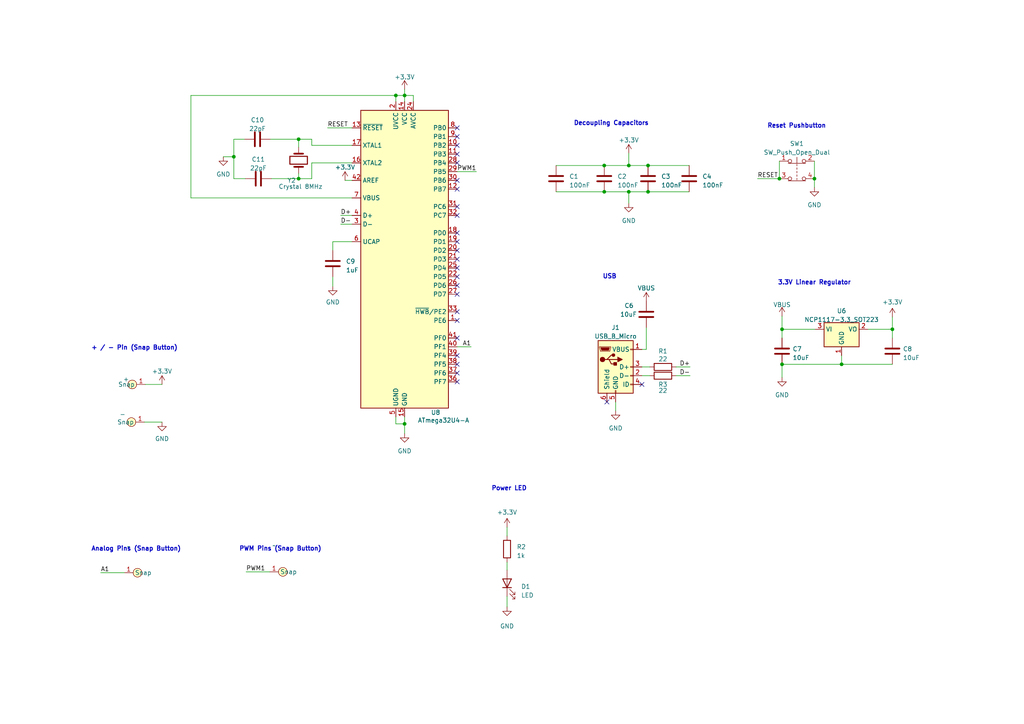
<source format=kicad_sch>
(kicad_sch (version 20230121) (generator eeschema)
  (paper "A4")
  (title_block (title "ATmega32U4 Textile") (date "2023-05-31") (rev "0.1"))
  (lib_symbols
    (symbol "1_custom_library:Snap_10mm"
      (symbol "Snap_10mm_1_1"
        (circle (center 2.54 -7.62) (radius 1.27) (fill (type background)))
        (pin input line (at -1.27 -7.62 0) (length 2.54) (name "Snap") (number "1"))
      )
    )
    (symbol "Connector:USB_B_Micro" (pin_names (offset 1.016))
      (property "Reference" "J" (at -5.08 11.43 0))
      (property "Value" "USB_B_Micro" (at -5.08 8.89 0))
      (symbol "USB_B_Micro_0_1"
        (rectangle (start -5.08 -7.62) (end 5.08 7.62) (stroke (width 0.254)) (fill (type background)))
        (circle (center -3.81 2.159) (radius 0.635) (stroke (width 0.254)) (fill (type outline)))
        (circle (center -0.635 3.429) (radius 0.381) (stroke (width 0.254)) (fill (type outline)))
        (rectangle (start -0.127 -7.62) (end 0.127 -6.858))
        (polyline (pts (xy -1.905 2.159) (xy 0.635 2.159)) (stroke (width 0.254)))
        (polyline (pts (xy -3.175 2.159) (xy -2.54 2.159) (xy -1.27 3.429) (xy -0.635 3.429)) (stroke (width 0.254)))
        (polyline (pts (xy -2.54 2.159) (xy -1.905 2.159) (xy -1.27 0.889) (xy 0 0.889)) (stroke (width 0.254)))
        (polyline (pts (xy 0.635 2.794) (xy 0.635 1.524) (xy 1.905 2.159) (xy 0.635 2.794)) (stroke (width 0.254)) (fill (type outline)))
        (polyline (pts (xy -4.318 5.588) (xy -1.778 5.588) (xy -2.032 4.826) (xy -4.064 4.826) (xy -4.318 5.588)) (fill (type outline)))
        (polyline (pts (xy -4.699 5.842) (xy -4.699 5.588) (xy -4.445 4.826) (xy -4.445 4.572) (xy -1.651 4.572) (xy -1.651 4.826) (xy -1.397 5.588) (xy -1.397 5.842) (xy -4.699 5.842)))
        (rectangle (start 0.254 1.27) (end -0.508 0.508) (stroke (width 0.254)) (fill (type outline)))
        (rectangle (start 5.08 -5.207) (end 4.318 -4.953))
        (rectangle (start 5.08 -2.667) (end 4.318 -2.413))
        (rectangle (start 5.08 -0.127) (end 4.318 0.127))
        (rectangle (start 5.08 4.953) (end 4.318 5.207))
      )
      (symbol "USB_B_Micro_1_1"
        (pin power_out line (at 7.62 5.08 180) (length 2.54) (name "VBUS") (number "1"))
        (pin bidirectional line (at 7.62 -2.54 180) (length 2.54) (name "D-") (number "2"))
        (pin bidirectional line (at 7.62 0 180) (length 2.54) (name "D+") (number "3"))
        (pin passive line (at 7.62 -5.08 180) (length 2.54) (name "ID") (number "4"))
        (pin power_out line (at 0 -10.16 90) (length 2.54) (name "GND") (number "5"))
        (pin passive line (at -2.54 -10.16 90) (length 2.54) (name "Shield") (number "6"))
      )
    )
    (symbol "Device:C" (pin_numbers hide) (pin_names (offset 0.254))
      (property "Reference" "C" (at 0.635 2.54 0))
      (property "Value" "C" (at 0.635 -2.54 0))
      (symbol "C_0_1"
        (polyline (pts (xy -2.032 -0.762) (xy 2.032 -0.762)) (stroke (width 0.508)))
        (polyline (pts (xy -2.032 0.762) (xy 2.032 0.762)) (stroke (width 0.508)))
      )
      (symbol "C_1_1"
        (pin passive line (at 0 3.81 270) (length 2.794) (name "~") (number "1"))
        (pin passive line (at 0 -3.81 90) (length 2.794) (name "~") (number "2"))
      )
    )
    (symbol "Device:Crystal" (pin_numbers hide) (pin_names (offset 1.016) hide)
      (property "Reference" "Y" (at 0 3.81 0))
      (property "Value" "Crystal" (at 0 -3.81 0))
      (symbol "Crystal_0_1"
        (rectangle (start -1.143 2.54) (end 1.143 -2.54) (stroke (width 0.3048)))
        (polyline (pts (xy -2.54 0) (xy -1.905 0)))
        (polyline (pts (xy -1.905 -1.27) (xy -1.905 1.27)) (stroke (width 0.508)))
        (polyline (pts (xy 1.905 -1.27) (xy 1.905 1.27)) (stroke (width 0.508)))
        (polyline (pts (xy 2.54 0) (xy 1.905 0)))
      )
      (symbol "Crystal_1_1"
        (pin passive line (at -3.81 0 0) (length 1.27) (name "1") (number "1"))
        (pin passive line (at 3.81 0 180) (length 1.27) (name "2") (number "2"))
      )
    )
    (symbol "Device:LED" (pin_numbers hide) (pin_names (offset 1.016) hide)
      (property "Reference" "D" (at 0 2.54 0))
      (property "Value" "LED" (at 0 -2.54 0))
      (symbol "LED_0_1"
        (polyline (pts (xy -1.27 -1.27) (xy -1.27 1.27)) (stroke (width 0.254)))
        (polyline (pts (xy -1.27 0) (xy 1.27 0)))
        (polyline (pts (xy 1.27 -1.27) (xy 1.27 1.27) (xy -1.27 0) (xy 1.27 -1.27)) (stroke (width 0.254)))
        (polyline (pts (xy -3.048 -0.762) (xy -4.572 -2.286) (xy -3.81 -2.286) (xy -4.572 -2.286) (xy -4.572 -1.524)))
        (polyline (pts (xy -1.778 -0.762) (xy -3.302 -2.286) (xy -2.54 -2.286) (xy -3.302 -2.286) (xy -3.302 -1.524)))
      )
      (symbol "LED_1_1"
        (pin passive line (at -3.81 0 0) (length 2.54) (name "K") (number "1"))
        (pin passive line (at 3.81 0 180) (length 2.54) (name "A") (number "2"))
      )
    )
    (symbol "Device:R" (pin_numbers hide) (pin_names (offset 0))
      (property "Reference" "R" (at 2.032 0 90))
      (property "Value" "R" (at 0 0 90))
      (symbol "R_0_1"
        (rectangle (start -1.016 -2.54) (end 1.016 2.54) (stroke (width 0.254)))
      )
      (symbol "R_1_1"
        (pin passive line (at 0 3.81 270) (length 1.27) (name "~") (number "1"))
        (pin passive line (at 0 -3.81 90) (length 1.27) (name "~") (number "2"))
      )
    )
    (symbol "MCU_Microchip_ATmega:ATmega32U4-A"
      (property "Reference" "U" (at -12.7 44.45 0))
      (property "Value" "ATmega32U4-A" (at 2.54 -44.45 0))
      (symbol "ATmega32U4-A_0_1"
        (rectangle (start -12.7 -43.18) (end 12.7 43.18) (stroke (width 0.254)) (fill (type background)))
      )
      (symbol "ATmega32U4-A_1_1"
        (pin bidirectional line (at 15.24 -17.78 180) (length 2.54) (name "PE6") (number "1"))
        (pin bidirectional line (at 15.24 33.02 180) (length 2.54) (name "PB2") (number "10"))
        (pin bidirectional line (at 15.24 30.48 180) (length 2.54) (name "PB3") (number "11"))
        (pin bidirectional line (at 15.24 20.32 180) (length 2.54) (name "PB7") (number "12"))
        (pin input line (at -15.24 38.1 0) (length 2.54) (name "~{RESET}") (number "13"))
        (pin power_in line (at 0 45.72 270) (length 2.54) (name "VCC") (number "14"))
        (pin power_in line (at 0 -45.72 90) (length 2.54) (name "GND") (number "15"))
        (pin output line (at -15.24 27.94 0) (length 2.54) (name "XTAL2") (number "16"))
        (pin input line (at -15.24 33.02 0) (length 2.54) (name "XTAL1") (number "17"))
        (pin bidirectional line (at 15.24 7.62 180) (length 2.54) (name "PD0") (number "18"))
        (pin bidirectional line (at 15.24 5.08 180) (length 2.54) (name "PD1") (number "19"))
        (pin power_in line (at -2.54 45.72 270) (length 2.54) (name "UVCC") (number "2"))
        (pin bidirectional line (at 15.24 2.54 180) (length 2.54) (name "PD2") (number "20"))
        (pin bidirectional line (at 15.24 0 180) (length 2.54) (name "PD3") (number "21"))
        (pin bidirectional line (at 15.24 -5.08 180) (length 2.54) (name "PD5") (number "22"))
        (pin passive line (at 0 -45.72 90) (length 2.54) hide (name "GND") (number "23"))
        (pin power_in line (at 2.54 45.72 270) (length 2.54) (name "AVCC") (number "24"))
        (pin bidirectional line (at 15.24 -2.54 180) (length 2.54) (name "PD4") (number "25"))
        (pin bidirectional line (at 15.24 -7.62 180) (length 2.54) (name "PD6") (number "26"))
        (pin bidirectional line (at 15.24 -10.16 180) (length 2.54) (name "PD7") (number "27"))
        (pin bidirectional line (at 15.24 27.94 180) (length 2.54) (name "PB4") (number "28"))
        (pin bidirectional line (at 15.24 25.4 180) (length 2.54) (name "PB5") (number "29"))
        (pin bidirectional line (at -15.24 10.16 0) (length 2.54) (name "D-") (number "3"))
        (pin bidirectional line (at 15.24 22.86 180) (length 2.54) (name "PB6") (number "30"))
        (pin bidirectional line (at 15.24 15.24 180) (length 2.54) (name "PC6") (number "31"))
        (pin bidirectional line (at 15.24 12.7 180) (length 2.54) (name "PC7") (number "32"))
        (pin bidirectional line (at 15.24 -15.24 180) (length 2.54) (name "~{HWB}/PE2") (number "33"))
        (pin passive line (at 0 45.72 270) (length 2.54) hide (name "VCC") (number "34"))
        (pin passive line (at 0 -45.72 90) (length 2.54) hide (name "GND") (number "35"))
        (pin bidirectional line (at 15.24 -35.56 180) (length 2.54) (name "PF7") (number "36"))
        (pin bidirectional line (at 15.24 -33.02 180) (length 2.54) (name "PF6") (number "37"))
        (pin bidirectional line (at 15.24 -30.48 180) (length 2.54) (name "PF5") (number "38"))
        (pin bidirectional line (at 15.24 -27.94 180) (length 2.54) (name "PF4") (number "39"))
        (pin bidirectional line (at -15.24 12.7 0) (length 2.54) (name "D+") (number "4"))
        (pin bidirectional line (at 15.24 -25.4 180) (length 2.54) (name "PF1") (number "40"))
        (pin bidirectional line (at 15.24 -22.86 180) (length 2.54) (name "PF0") (number "41"))
        (pin passive line (at -15.24 22.86 0) (length 2.54) (name "AREF") (number "42"))
        (pin passive line (at 0 -45.72 90) (length 2.54) hide (name "GND") (number "43"))
        (pin passive line (at 2.54 45.72 270) (length 2.54) hide (name "AVCC") (number "44"))
        (pin passive line (at -2.54 -45.72 90) (length 2.54) (name "UGND") (number "5"))
        (pin passive line (at -15.24 5.08 0) (length 2.54) (name "UCAP") (number "6"))
        (pin input line (at -15.24 17.78 0) (length 2.54) (name "VBUS") (number "7"))
        (pin bidirectional line (at 15.24 38.1 180) (length 2.54) (name "PB0") (number "8"))
        (pin bidirectional line (at 15.24 35.56 180) (length 2.54) (name "PB1") (number "9"))
      )
    )
    (symbol "Regulator_Linear:NCP1117-3.3_SOT223"
      (property "Reference" "U" (at -3.81 3.175 0))
      (property "Value" "NCP1117-3.3_SOT223" (at 0 3.175 0))
      (symbol "NCP1117-3.3_SOT223_0_1"
        (rectangle (start -5.08 -5.08) (end 5.08 1.905) (stroke (width 0.254)) (fill (type background)))
      )
      (symbol "NCP1117-3.3_SOT223_1_1"
        (pin power_in line (at 0 -7.62 90) (length 2.54) (name "GND") (number "1"))
        (pin power_out line (at 7.62 0 180) (length 2.54) (name "VO") (number "2"))
        (pin power_in line (at -7.62 0 0) (length 2.54) (name "VI") (number "3"))
      )
    )
    (symbol "Snap_10mm_1"
      (symbol "Snap_10mm_1_1_1"
        (circle (center 2.54 -7.62) (radius 1.27) (fill (type background)))
        (pin input line (at -1.27 -7.62 0) (length 2.54) (name "Snap") (number "1"))
      )
    )
    (symbol "Snap_10mm_2"
      (symbol "Snap_10mm_2_1_1"
        (circle (center 2.54 -7.62) (radius 1.27) (fill (type background)))
        (pin input line (at -1.27 -7.62 0) (length 2.54) (name "Snap") (number "1"))
      )
    )
    (symbol "Switch:SW_Push_Open_Dual" (pin_names (offset 1.016) hide)
      (property "Reference" "SW" (at 1.27 2.54 0))
      (property "Value" "SW_Push_Open_Dual" (at 0 -6.985 0))
      (symbol "SW_Push_Open_Dual_0_1"
        (circle (center -2.032 -5.08) (radius 0.508))
        (circle (center -2.032 0) (radius 0.508))
        (polyline (pts (xy 0 -4.953) (xy 0 -5.461)))
        (polyline (pts (xy 0 -3.937) (xy 0 -4.445)))
        (polyline (pts (xy 0 -3.429) (xy 0 -2.921)))
        (polyline (pts (xy 0 -2.413) (xy 0 -1.905)))
        (polyline (pts (xy 0 -1.397) (xy 0 -0.889)))
        (polyline (pts (xy 0 -0.635) (xy 0 1.143)))
        (polyline (pts (xy 2.54 -5.715) (xy -2.54 -5.715)))
        (polyline (pts (xy 2.54 -0.635) (xy -2.54 -0.635)))
        (circle (center 2.032 -5.08) (radius 0.508))
        (circle (center 2.032 0) (radius 0.508))
        (pin passive line (at -5.08 0 0) (length 2.54) (name "1") (number "1"))
        (pin passive line (at 5.08 0 180) (length 2.54) (name "2") (number "2"))
        (pin passive line (at -5.08 -5.08 0) (length 2.54) (name "3") (number "3"))
        (pin passive line (at 5.08 -5.08 180) (length 2.54) (name "4") (number "4"))
      )
    )
    (symbol "power:+3.3V" (power) (pin_names (offset 0))
      (property "Value" "+3.3V" (at 0 3.556 0))
      (symbol "+3.3V_0_1"
        (polyline (pts (xy -0.762 1.27) (xy 0 2.54)))
        (polyline (pts (xy 0 0) (xy 0 2.54)))
        (polyline (pts (xy 0 2.54) (xy 0.762 1.27)))
      )
      (symbol "+3.3V_1_1"
        (pin power_in line (at 0 0 90) (length 0) hide (name "+3.3V") (number "1"))
      )
    )
    (symbol "power:GND" (power) (pin_names (offset 0))
      (property "Value" "GND" (at 0 -3.81 0))
      (symbol "GND_0_1"
        (polyline (pts (xy 0 0) (xy 0 -1.27) (xy 1.27 -1.27) (xy 0 -2.54) (xy -1.27 -1.27) (xy 0 -1.27)))
      )
      (symbol "GND_1_1"
        (pin power_in line (at 0 0 270) (length 0) hide (name "GND") (number "1"))
      )
    )
    (symbol "power:VBUS" (power) (pin_names (offset 0))
      (property "Value" "VBUS" (at 0 3.81 0))
      (symbol "VBUS_0_1"
        (polyline (pts (xy -0.762 1.27) (xy 0 2.54)))
        (polyline (pts (xy 0 0) (xy 0 2.54)))
        (polyline (pts (xy 0 2.54) (xy 0.762 1.27)))
      )
      (symbol "VBUS_1_1"
        (pin power_in line (at 0 0 90) (length 0) hide (name "VBUS") (number "1"))
      )
    )
  )
  (junction (at 187.96 55.626))
  (junction (at 182.372 48.006))
  (junction (at 67.818 45.466))
  (junction (at 117.348 27.686))
  (junction (at 114.808 27.686))
  (junction (at 187.96 48.006))
  (junction (at 226.822 105.664))
  (junction (at 182.372 55.626))
  (junction (at 175.26 48.006))
  (junction (at 86.614 40.386))
  (junction (at 244.094 105.664))
  (junction (at 258.826 95.504))
  (junction (at 86.614 51.816))
  (junction (at 117.348 122.936))
  (junction (at 226.822 95.504))
  (junction (at 226.06 51.816))
  (junction (at 236.22 51.816))
  (junction (at 175.26 55.626))
  (no_connect (at 132.588 85.344))
  (no_connect (at 132.588 82.804))
  (no_connect (at 132.588 37.084))
  (no_connect (at 186.182 111.506))
  (no_connect (at 132.588 62.484))
  (no_connect (at 132.588 90.424))
  (no_connect (at 132.588 72.644))
  (no_connect (at 132.588 67.564))
  (no_connect (at 132.588 77.724))
  (no_connect (at 132.588 59.944))
  (no_connect (at 132.588 52.324))
  (no_connect (at 132.588 54.864))
  (no_connect (at 132.588 39.624))
  (no_connect (at 132.588 105.664))
  (no_connect (at 132.588 44.704))
  (no_connect (at 132.588 75.184))
  (no_connect (at 132.588 92.964))
  (no_connect (at 132.588 42.164))
  (no_connect (at 132.588 98.044))
  (no_connect (at 132.588 108.204))
  (no_connect (at 132.588 70.104))
  (no_connect (at 132.588 47.244))
  (no_connect (at 132.588 110.744))
  (no_connect (at 132.588 80.264))
  (no_connect (at 132.588 103.124))
  (no_connect (at 176.022 116.586))
  (wire (pts (xy 196.088 106.426) (xy 200.152 106.426)))
  (wire (pts (xy 117.348 25.908) (xy 117.348 27.686)))
  (wire (pts (xy 114.808 122.936) (xy 117.348 122.936)))
  (wire (pts (xy 100.076 52.324) (xy 102.108 52.324)))
  (wire (pts (xy 226.822 105.664) (xy 244.094 105.664)))
  (wire (pts (xy 78.486 40.386) (xy 86.614 40.386)))
  (wire (pts (xy 96.52 70.104) (xy 96.52 72.644)))
  (wire (pts (xy 132.588 100.584) (xy 136.652 100.584)))
  (wire (pts (xy 236.22 51.816) (xy 236.22 54.356)))
  (wire (pts (xy 258.826 91.948) (xy 258.826 95.504)))
  (wire (pts (xy 178.562 116.586) (xy 178.562 119.126)))
  (wire (pts (xy 94.996 37.084) (xy 102.108 37.084)))
  (wire (pts (xy 29.21 166.116) (xy 36.068 166.116)))
  (wire (pts (xy 67.818 40.386) (xy 67.818 45.466)))
  (wire (pts (xy 42.164 111.506) (xy 46.99 111.506)))
  (wire (pts (xy 219.71 51.816) (xy 226.06 51.816)))
  (wire (pts (xy 186.182 108.966) (xy 188.468 108.966)))
  (wire (pts (xy 96.52 80.264) (xy 96.52 83.058)))
  (wire (pts (xy 98.806 62.484) (xy 102.108 62.484)))
  (wire (pts (xy 196.088 108.966) (xy 200.152 108.966)))
  (wire (pts (xy 226.822 105.664) (xy 226.822 109.474)))
  (wire (pts (xy 161.29 55.626) (xy 175.26 55.626)))
  (wire (pts (xy 71.12 51.816) (xy 67.818 51.816)))
  (wire (pts (xy 102.108 70.104) (xy 96.52 70.104)))
  (wire (pts (xy 55.372 27.686) (xy 114.808 27.686)))
  (wire (pts (xy 182.372 55.626) (xy 187.96 55.626)))
  (wire (pts (xy 71.374 165.862) (xy 78.232 165.862)))
  (wire (pts (xy 244.094 103.124) (xy 244.094 105.664)))
  (wire (pts (xy 90.424 40.386) (xy 86.614 40.386)))
  (wire (pts (xy 78.74 51.816) (xy 86.614 51.816)))
  (wire (pts (xy 132.588 49.784) (xy 138.176 49.784)))
  (wire (pts (xy 251.714 95.504) (xy 258.826 95.504)))
  (wire (pts (xy 119.888 29.464) (xy 119.888 27.686)))
  (wire (pts (xy 41.91 122.428) (xy 46.99 122.428)))
  (wire (pts (xy 182.372 55.626) (xy 182.372 58.928)))
  (wire (pts (xy 226.822 95.504) (xy 236.474 95.504)))
  (wire (pts (xy 147.066 172.974) (xy 147.066 176.022)))
  (wire (pts (xy 119.888 27.686) (xy 117.348 27.686)))
  (wire (pts (xy 226.822 95.504) (xy 226.822 98.044)))
  (wire (pts (xy 236.22 46.736) (xy 236.22 51.816)))
  (wire (pts (xy 182.372 48.006) (xy 187.96 48.006)))
  (wire (pts (xy 70.866 40.386) (xy 67.818 40.386)))
  (wire (pts (xy 187.96 48.006) (xy 199.898 48.006)))
  (wire (pts (xy 67.818 51.816) (xy 67.818 45.466)))
  (wire (pts (xy 86.614 40.386) (xy 86.614 42.672)))
  (wire (pts (xy 226.822 91.694) (xy 226.822 95.504)))
  (wire (pts (xy 258.826 105.664) (xy 244.094 105.664)))
  (wire (pts (xy 161.29 48.006) (xy 175.26 48.006)))
  (wire (pts (xy 147.066 152.908) (xy 147.066 155.448)))
  (wire (pts (xy 117.348 27.686) (xy 117.348 29.464)))
  (wire (pts (xy 86.614 51.816) (xy 86.614 50.292)))
  (wire (pts (xy 187.96 55.626) (xy 199.898 55.626)))
  (wire (pts (xy 175.26 55.626) (xy 182.372 55.626)))
  (wire (pts (xy 175.26 48.006) (xy 182.372 48.006)))
  (wire (pts (xy 117.348 120.904) (xy 117.348 122.936)))
  (wire (pts (xy 147.066 163.068) (xy 147.066 165.354)))
  (wire (pts (xy 117.348 122.936) (xy 117.348 125.73)))
  (wire (pts (xy 187.452 101.346) (xy 186.182 101.346)))
  (wire (pts (xy 67.818 45.466) (xy 64.77 45.466)))
  (wire (pts (xy 90.424 42.164) (xy 90.424 40.386)))
  (wire (pts (xy 98.806 65.024) (xy 102.108 65.024)))
  (wire (pts (xy 226.06 46.736) (xy 226.06 51.816)))
  (wire (pts (xy 86.614 51.816) (xy 90.424 51.816)))
  (wire (pts (xy 114.808 120.904) (xy 114.808 122.936)))
  (wire (pts (xy 182.372 44.45) (xy 182.372 48.006)))
  (wire (pts (xy 186.182 106.426) (xy 188.468 106.426)))
  (wire (pts (xy 90.424 42.164) (xy 102.108 42.164)))
  (wire (pts (xy 187.452 94.996) (xy 187.452 101.346)))
  (wire (pts (xy 90.424 51.816) (xy 90.424 47.244)))
  (wire (pts (xy 90.424 47.244) (xy 102.108 47.244)))
  (wire (pts (xy 55.372 57.404) (xy 55.372 27.686)))
  (wire (pts (xy 114.808 29.464) (xy 114.808 27.686)))
  (wire (pts (xy 102.108 57.404) (xy 55.372 57.404)))
  (wire (pts (xy 114.808 27.686) (xy 117.348 27.686)))
  (wire (pts (xy 258.826 95.504) (xy 258.826 98.044)))
  (text "3.3V Linear Regulator " (at 225.552 82.804 0) (effects (font (size 1.27 1.27) (thickness 0.254) bold) (justify left bottom)))
  (text "Reset Pushbutton\n" (at 222.504 37.338 0) (effects (font (size 1.27 1.27) (thickness 0.254) bold) (justify left bottom)))
  (text "Analog Pins (Snap Button)\n" (at 26.416 160.02 0) (effects (font (size 1.27 1.27) (thickness 0.254) bold) (justify left bottom)))
  (text "PWM Pins (Snap Button)\n\n" (at 69.342 162.052 0) (effects (font (size 1.27 1.27) (thickness 0.254) bold) (justify left bottom)))
  (text "Decoupling Capacitors\n" (at 166.37 36.576 0) (effects (font (size 1.27 1.27) (thickness 0.254) bold) (justify left bottom)))
  (text "+ / - Pin (Snap Button)" (at 26.416 101.727 0) (effects (font (size 1.27 1.27) bold) (justify left bottom)))
  (text "USB\n" (at 174.752 81.026 0) (effects (font (size 1.27 1.27) (thickness 0.254) bold) (justify left bottom)))
  (text "Power LED\n" (at 142.494 142.494 0) (effects (font (size 1.27 1.27) (thickness 0.254) bold) (justify left bottom)))
  (label "RESET" (at 94.996 37.084 0))
  (label "A1" (at 136.652 100.584 180))
  (label "RESET" (at 219.71 51.816 0))
  (label "PWM1" (at 71.374 165.862 0))
  (label "PWM1" (at 138.176 49.784 180))
  (label "D-" (at 98.806 65.024 0))
  (label "D+" (at 200.152 106.426 180))
  (label "D+" (at 98.806 62.484 0))
  (label "D-" (at 200.152 108.966 180))
  (label "A1" (at 29.21 166.116 0))
  (symbol (lib_id "Device:Crystal") (at 86.614 46.482 90) (unit 1)
    (property "Reference" "Y2" (at 83.312 52.324 90) (effects (justify right)))
    (property "Value" "Crystal 8MHz" (at 80.772 54.102 90) (effects (justify right)))
  )
  (symbol (lib_id "power:GND") (at 96.52 83.058 0) (unit 1)
    (property "Reference" "#PWR018" (effects hide))
    (property "Value" "GND" (at 96.52 87.63 0))
  )
  (symbol (lib_id "Device:C") (at 175.26 51.816 0) (unit 1)
    (property "Reference" "C2" (at 179.07 51.181 0) (effects (justify left)))
    (property "Value" "100nF" (at 179.07 53.721 0) (effects (justify left)))
  )
  (symbol (lib_id "Device:C") (at 199.898 51.816 0) (unit 1)
    (property "Reference" "C4" (at 203.708 51.181 0) (effects (justify left)))
    (property "Value" "100nF" (at 203.708 53.721 0) (effects (justify left)))
  )
  (symbol (lib_id "power:VBUS") (at 226.822 91.694 0) (unit 1)
    (property "Reference" "#PWR010" (effects hide))
    (property "Value" "VBUS" (at 226.822 88.392 0))
  )
  (symbol (lib_id "power:GND") (at 64.77 45.466 0) (unit 1)
    (property "Reference" "#PWR012" (effects hide))
    (property "Value" "GND" (at 64.77 50.546 0))
  )
  (symbol (lib_id "MCU_Microchip_ATmega:ATmega32U4-A") (at 117.348 75.184 0) (unit 1)
    (property "Reference" "U8" (at 124.968 119.634 0) (effects (justify left)))
    (property "Value" "ATmega32U4-A" (at 121.158 121.92 0) (effects (justify left)))
    (property "Footprint" "Package_QFP:TQFP-44_10x10mm_P0.8mm" (effects hide))
    (property "Datasheet" "http://ww1.microchip.com/downloads/en/DeviceDoc/Atmel-7766-8-bit-AVR-ATmega16U4-32U4_Datasheet.pdf" (effects hide))
  )
  (symbol (lib_id "power:VBUS") (at 187.452 87.376 0) (unit 1)
    (property "Reference" "#PWR09" (effects hide))
    (property "Value" "VBUS" (at 187.452 83.566 0))
  )
  (symbol (lib_id "Device:C") (at 187.452 91.186 0) (unit 1)
    (property "Reference" "C6" (at 181.102 88.646 0) (effects (justify left)))
    (property "Value" "10uF" (at 179.832 91.186 0) (effects (justify left)))
  )
  (symbol (lib_id "power:+3.3V") (at 100.076 52.324 0) (unit 1)
    (property "Reference" "#PWR05" (effects hide))
    (property "Value" "+3.3V" (at 100.076 48.514 0))
  )
  (symbol (lib_id "Device:C") (at 96.52 76.454 0) (unit 1)
    (property "Reference" "C9" (at 100.33 75.819 0) (effects (justify left)))
    (property "Value" "1uF" (at 100.33 78.359 0) (effects (justify left)))
  )
  (symbol (lib_id "power:GND") (at 236.22 54.356 0) (unit 1)
    (property "Reference" "#PWR011" (effects hide))
    (property "Value" "GND" (at 236.22 59.436 0))
  )
  (symbol (lib_id "power:GND") (at 147.066 176.022 0) (unit 1)
    (property "Reference" "#PWR016" (effects hide))
    (property "Value" "GND" (at 147.066 181.61 0))
  )
  (symbol (lib_id "power:+3.3V") (at 117.348 25.908 0) (unit 1)
    (property "Reference" "#PWR017" (effects hide))
    (property "Value" "+3.3V" (at 117.348 22.352 0))
  )
  (symbol (lib_id "power:GND") (at 178.562 119.126 0) (unit 1)
    (property "Reference" "#PWR08" (effects hide))
    (property "Value" "GND" (at 178.562 124.206 0))
  )
  (symbol (lib_id "Device:C") (at 226.822 101.854 0) (unit 1)
    (property "Reference" "C7" (at 229.87 101.219 0) (effects (justify left)))
    (property "Value" "10uF" (at 229.87 103.759 0) (effects (justify left)))
  )
  (symbol (lib_id "Connector:USB_B_Micro") (at 178.562 106.426 0) (unit 1)
    (property "Reference" "J1" (at 178.562 94.996 0))
    (property "Value" "USB_B_Micro" (at 178.562 97.536 0))
  )
  (symbol (lib_id "power:+3.3V") (at 46.99 111.506 0) (unit 1)
    (property "Reference" "#PWR01" (effects hide))
    (property "Value" "+3.3V" (at 46.99 107.696 0))
  )
  (symbol (lib_name "Snap_10mm_1") (lib_id "1_custom_library:Snap_10mm") (at 37.338 158.496 0) (unit 1)
    (property "Reference" "U1" (effects hide))
    (property "Value" "~" (at 37.338 158.496 0))
  )
  (symbol (lib_id "power:+3.3V") (at 147.066 152.908 0) (unit 1)
    (property "Reference" "#PWR015" (effects hide))
    (property "Value" "+3.3V" (at 147.066 148.59 0))
  )
  (symbol (lib_id "Device:C") (at 74.676 40.386 90) (unit 1)
    (property "Reference" "C10" (at 74.676 34.798 90))
    (property "Value" "22pF" (at 74.676 37.338 90))
  )
  (symbol (lib_id "Device:C") (at 74.93 51.816 90) (unit 1)
    (property "Reference" "C11" (at 74.93 46.228 90))
    (property "Value" "22pF" (at 74.93 48.768 90))
  )
  (symbol (lib_id "power:+3.3V") (at 258.826 91.948 0) (unit 1)
    (property "Reference" "#PWR014" (effects hide))
    (property "Value" "+3.3V" (at 258.826 87.63 0))
  )
  (symbol (lib_id "Device:C") (at 161.29 51.816 0) (unit 1)
    (property "Reference" "C1" (at 165.1 51.181 0) (effects (justify left)))
    (property "Value" "100nF" (at 165.1 53.721 0) (effects (justify left)))
  )
  (symbol (lib_id "Device:R") (at 192.278 106.426 90) (unit 1)
    (property "Reference" "R1" (at 192.278 101.854 90))
    (property "Value" "22" (at 192.278 104.14 90))
  )
  (symbol (lib_id "Device:LED") (at 147.066 169.164 90) (unit 1)
    (property "Reference" "D1" (at 151.13 170.1165 90) (effects (justify right)))
    (property "Value" "LED" (at 151.13 172.6565 90) (effects (justify right)))
  )
  (symbol (lib_id "power:GND") (at 226.822 109.474 0) (unit 1)
    (property "Reference" "#PWR013" (effects hide))
    (property "Value" "GND" (at 226.822 114.554 0))
  )
  (symbol (lib_id "power:GND") (at 117.348 125.73 0) (unit 1)
    (property "Reference" "#PWR019" (effects hide))
    (property "Value" "GND" (at 117.348 130.81 0))
  )
  (symbol (lib_id "Regulator_Linear:NCP1117-3.3_SOT223") (at 244.094 95.504 0) (unit 1)
    (property "Reference" "U6" (at 244.094 90.17 0))
    (property "Value" "NCP1117-3.3_SOT223" (at 244.094 92.71 0))
    (property "Footprint" "Package_TO_SOT_SMD:SOT-223-3_TabPin2" (effects hide))
    (property "Datasheet" "http://www.onsemi.com/pub_link/Collateral/NCP1117-D.PDF" (effects hide))
  )
  (symbol (lib_id "Switch:SW_Push_Open_Dual") (at 231.14 46.736 0) (unit 1)
    (property "Reference" "SW1" (at 231.14 41.656 0))
    (property "Value" "SW_Push_Open_Dual" (at 231.14 44.196 0))
  )
  (symbol (lib_id "1_custom_library:Snap_10mm") (at 40.894 103.886 0) (mirror y) (unit 1)
    (property "Reference" "U2" (effects hide))
    (property "Value" "+" (at 36.576 109.982 0))
  )
  (symbol (lib_id "Device:R") (at 192.278 108.966 90) (unit 1)
    (property "Reference" "R3" (at 192.278 111.506 90))
    (property "Value" "22" (at 192.278 113.284 90))
  )
  (symbol (lib_id "power:GND") (at 46.99 122.428 0) (unit 1)
    (property "Reference" "#PWR02" (effects hide))
    (property "Value" "GND" (at 46.99 127.254 0))
  )
  (symbol (lib_name "Snap_10mm_2") (lib_id "1_custom_library:Snap_10mm") (at 79.502 158.242 0) (unit 1)
    (property "Reference" "U5" (effects hide))
    (property "Value" "~" (at 79.502 158.242 0))
  )
  (symbol (lib_id "power:+3.3V") (at 182.372 44.45 0) (unit 1)
    (property "Reference" "#PWR03" (effects hide))
    (property "Value" "+3.3V" (at 182.372 40.64 0))
  )
  (symbol (lib_id "power:GND") (at 182.372 58.928 0) (unit 1)
    (property "Reference" "#PWR04" (effects hide))
    (property "Value" "GND" (at 182.372 64.008 0))
  )
  (symbol (lib_id "Device:C") (at 187.96 51.816 0) (unit 1)
    (property "Reference" "C3" (at 191.77 51.181 0) (effects (justify left)))
    (property "Value" "100nF" (at 191.77 53.721 0) (effects (justify left)))
  )
  (symbol (lib_id "1_custom_library:Snap_10mm") (at 40.64 114.808 0) (mirror y) (unit 1)
    (property "Reference" "U3" (effects hide))
    (property "Value" "-" (at 35.56 120.142 0))
  )
  (symbol (lib_id "Device:C") (at 258.826 101.854 0) (unit 1)
    (property "Reference" "C8" (at 261.874 101.219 0) (effects (justify left)))
    (property "Value" "10uF" (at 261.874 103.759 0) (effects (justify left)))
  )
  (symbol (lib_id "Device:R") (at 147.066 159.258 0) (unit 1)
    (property "Reference" "R2" (at 149.86 158.623 0) (effects (justify left)))
    (property "Value" "1k" (at 149.86 161.163 0) (effects (justify left)))
  )
)
</source>
